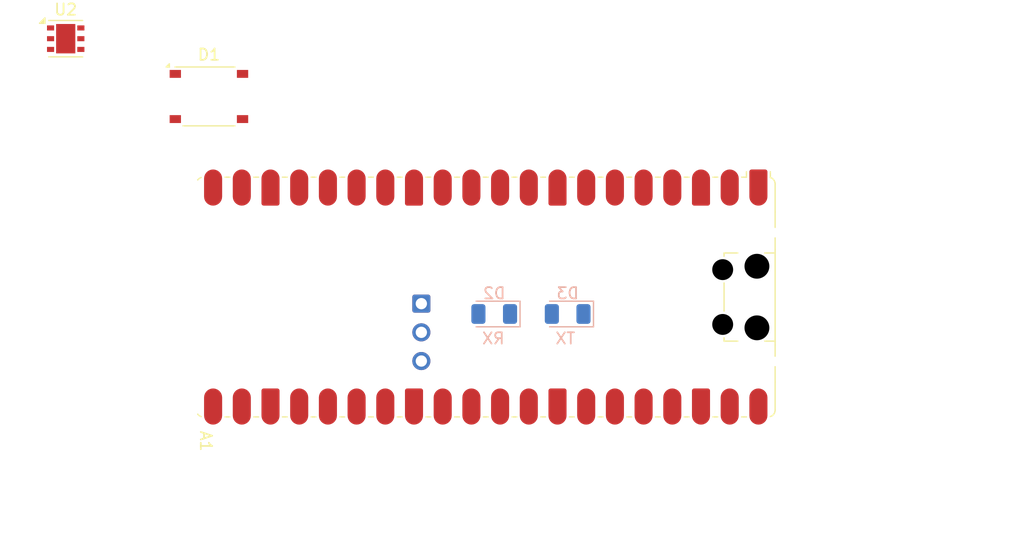
<source format=kicad_pcb>
(kicad_pcb (version 20241229) (generator "pcbnew") (generator_version "9.0")
  (layers (0 "F.Cu" signal) (2 "B.Cu" signal) (13 "F.Paste" user) (15 "B.Paste" user) (5 "F.SilkS" user "F.Silkscreen") (7 "B.SilkS" user "B.Silkscreen") (1 "F.Mask" user) (3 "B.Mask" user) (25 "Edge.Cuts" user))
  (net 0 "")
  (net 1 "Net-(D1-+)")
  (net 2 "Net-(BT1-+)")
  (net 3 "GND")
  (net 4 "Net-(BT1--)")
  (net 9 "+3V3")
  (net 11 "Net-(A1-GND-Pad13)")
  (footprint "Module:RaspberryPi_Pico_W_SMD_HandSolder" (layer "F.Cu") (at 146.5 114.5 -90)
    (property "Reference" "A1" (at 11.7475 24.765 270) (layer "F.SilkS") (effects (justify left)))
    (property "Value" "RaspberryPi_Pico_W")
    (fp_line (start -10.61 22.65) (end -10.61 23.07) (stroke (width 0.12)) (layer "F.SilkS"))
    (fp_line (start 10.61 22.65) (end 10.61 23.07) (stroke (width 0.12)) (layer "F.SilkS"))
    (fp_line (start -10.61 20.11) (end -10.61 20.53) (stroke (width 0.12)) (layer "F.SilkS"))
    (fp_line (start 10.61 20.11) (end 10.61 20.53) (stroke (width 0.12)) (layer "F.SilkS"))
    (fp_line (start -10.61 17.57) (end -10.61 17.99) (stroke (width 0.12)) (layer "F.SilkS"))
    (fp_line (start 10.61 17.57) (end 10.61 17.99) (stroke (width 0.12)) (layer "F.SilkS"))
    (fp_line (start -10.61 15.03) (end -10.61 15.45) (stroke (width 0.12)) (layer "F.SilkS"))
    (fp_line (start 10.61 15.03) (end 10.61 15.45) (stroke (width 0.12)) (layer "F.SilkS"))
    (fp_line (start -10.61 12.49) (end -10.61 12.91) (stroke (width 0.12)) (layer "F.SilkS"))
    (fp_line (start 10.61 12.49) (end 10.61 12.91) (stroke (width 0.12)) (layer "F.SilkS"))
    (fp_line (start -10.61 9.95) (end -10.61 10.37) (stroke (width 0.12)) (layer "F.SilkS"))
    (fp_line (start 10.61 9.95) (end 10.61 10.37) (stroke (width 0.12)) (layer "F.SilkS"))
    (fp_line (start -10.61 7.41) (end -10.61 7.83) (stroke (width 0.12)) (layer "F.SilkS"))
    (fp_line (start 10.61 7.41) (end 10.61 7.83) (stroke (width 0.12)) (layer "F.SilkS"))
    (fp_line (start -10.61 4.87) (end -10.61 5.29) (stroke (width 0.12)) (layer "F.SilkS"))
    (fp_line (start 10.61 4.87) (end 10.61 5.29) (stroke (width 0.12)) (layer "F.SilkS"))
    (fp_line (start -10.61 2.33) (end -10.61 2.75) (stroke (width 0.12)) (layer "F.SilkS"))
    (fp_line (start 10.61 2.33) (end 10.61 2.75) (stroke (width 0.12)) (layer "F.SilkS"))
    (fp_line (start -10.61 -0.21) (end -10.61 0.21) (stroke (width 0.12)) (layer "F.SilkS"))
    (fp_line (start 10.61 -0.21) (end 10.61 0.21) (stroke (width 0.12)) (layer "F.SilkS"))
    (fp_line (start -10.61 -2.75) (end -10.61 -2.33) (stroke (width 0.12)) (layer "F.SilkS"))
    (fp_line (start 10.61 -2.75) (end 10.61 -2.33) (stroke (width 0.12)) (layer "F.SilkS"))
    (fp_line (start -10.61 -5.29) (end -10.61 -4.87) (stroke (width 0.12)) (layer "F.SilkS"))
    (fp_line (start 10.61 -5.29) (end 10.61 -4.87) (stroke (width 0.12)) (layer "F.SilkS"))
    (fp_line (start -10.61 -7.83) (end -10.61 -7.41) (stroke (width 0.12)) (layer "F.SilkS"))
    (fp_line (start 10.61 -7.83) (end 10.61 -7.41) (stroke (width 0.12)) (layer "F.SilkS"))
    (fp_line (start -10.61 -10.37) (end -10.61 -9.95) (stroke (width 0.12)) (layer "F.SilkS"))
    (fp_line (start 10.61 -10.37) (end 10.61 -9.95) (stroke (width 0.12)) (layer "F.SilkS"))
    (fp_line (start -10.61 -12.91) (end -10.61 -12.49) (stroke (width 0.12)) (layer "F.SilkS"))
    (fp_line (start 10.61 -12.91) (end 10.61 -12.49) (stroke (width 0.12)) (layer "F.SilkS"))
    (fp_line (start -10.61 -15.45) (end -10.61 -15.03) (stroke (width 0.12)) (layer "F.SilkS"))
    (fp_line (start 10.61 -15.45) (end 10.61 -15.03) (stroke (width 0.12)) (layer "F.SilkS"))
    (fp_line (start -10.61 -17.99) (end -10.61 -17.57) (stroke (width 0.12)) (layer "F.SilkS"))
    (fp_line (start 10.61 -17.99) (end 10.61 -17.57) (stroke (width 0.12)) (layer "F.SilkS"))
    (fp_line (start -10.61 -20.53) (end -10.61 -20.11) (stroke (width 0.12)) (layer "F.SilkS"))
    (fp_line (start 10.61 -20.53) (end 10.61 -20.11) (stroke (width 0.12)) (layer "F.SilkS"))
    (fp_line (start -3.9 -21.09) (end -3.60391 -21.09) (stroke (width 0.12)) (layer "F.SilkS"))
    (fp_line (start -1.24609 -21.09) (end 1.24609 -21.09) (stroke (width 0.12)) (layer "F.SilkS"))
    (fp_line (start 3.60391 -21.09) (end 3.9 -21.09) (stroke (width 0.12)) (layer "F.SilkS"))
    (fp_line (start -3.9 -22.306) (end -3.9 -21.09) (stroke (width 0.12)) (layer "F.SilkS"))
    (fp_line (start 3.9 -22.306) (end 3.9 -21.09) (stroke (width 0.12)) (layer "F.SilkS"))
    (fp_line (start -10.61 -23.07) (end -10.61 -22.65) (stroke (width 0.12)) (layer "F.SilkS"))
    (fp_line (start -10.61 -23.07) (end -11.09 -23.07) (stroke (width 0.12)) (layer "F.SilkS"))
    (fp_line (start 10.61 -23.07) (end 10.61 -22.65) (stroke (width 0.12)) (layer "F.SilkS"))
    (fp_line (start -10.579676 -25.19) (end -11.09 -25.19) (stroke (width 0.12)) (layer "F.SilkS"))
    (fp_line (start -10 -25.61) (end -7.51 -25.61) (stroke (width 0.12)) (layer "F.SilkS"))
    (fp_line (start -7.51 -25.61) (end -6.16206 -25.61) (stroke (width 0.12)) (layer "F.SilkS"))
    (fp_line (start -5.237939 -25.61) (end -4.235 -25.61) (stroke (width 0.12)) (layer "F.SilkS"))
    (fp_line (start -4.235 -25.61) (end 4.235 -25.61) (stroke (width 0.12)) (layer "F.SilkS"))
    (fp_line (start -3.9 -25.61) (end -3.9 -24.694) (stroke (width 0.12)) (layer "F.SilkS"))
    (fp_line (start 3.9 -25.61) (end 3.9 -24.694) (stroke (width 0.12)) (layer "F.SilkS"))
    (fp_line (start 4.235 -25.61) (end 5.237939 -25.61) (stroke (width 0.12)) (layer "F.SilkS"))
    (fp_line (start 6.162061 -25.61) (end 7.51 -25.61) (stroke (width 0.12)) (layer "F.SilkS"))
    (fp_line (start 10 -25.61) (end 7.51 -25.61) (stroke (width 0.12)) (layer "F.SilkS"))
    (fp_arc (start -10.363318 25.49) (mid -10.494791 25.356765) (end -10.579676 25.189937) (stroke (width 0.12)) (layer "F.SilkS"))
    (fp_arc (start 10.579676 25.189937) (mid 10.494803 25.356773) (end 10.363318 25.49) (stroke (width 0.12)) (layer "F.SilkS"))
    (fp_arc (start -10.579676 -25.19) (mid -10.357938 -25.493944) (end -10 -25.61) (stroke (width 0.12)) (layer "F.SilkS"))
    (fp_arc (start 10 -25.61) (mid 10.357937 -25.493944) (end 10.579676 -25.189937) (stroke (width 0.12)) (layer "F.SilkS"))
    (pad "" smd rect (at -8.89 -24.13 270) (size 3.8 2.2) (drill (offset -0.8 0)) (layers "F.Paste"))
    (pad "" smd rect (at -8.89 -21.59 270) (size 3.8 2.2) (drill (offset -0.8 0)) (layers "F.Paste"))
    (pad "" smd rect (at -8.89 -19.05 270) (size 3.8 2.2) (drill (offset -0.8 0)) (layers "F.Paste"))
    (pad "" smd rect (at -8.89 -16.51 270) (size 3.8 2.2) (drill (offset -0.8 0)) (layers "F.Paste"))
    (pad "" smd rect (at -8.89 -13.97 270) (size 3.8 2.2) (drill (offset -0.8 0)) (layers "F.Paste"))
    (pad "" smd rect (at -8.89 -11.43 270) (size 3.8 2.2) (drill (offset -0.8 0)) (layers "F.Paste"))
    (pad "" smd rect (at -8.89 -8.89 270) (size 3.8 2.2) (drill (offset -0.8 0)) (layers "F.Paste"))
    (pad "" smd rect (at -8.89 -6.35 270) (size 3.8 2.2) (drill (offset -0.8 0)) (layers "F.Paste"))
    (pad "" smd rect (at -8.89 -3.81 270) (size 3.8 2.2) (drill (offset -0.8 0)) (layers "F.Paste"))
    (pad "" smd rect (at -8.89 -1.27 270) (size 3.8 2.2) (drill (offset -0.8 0)) (layers "F.Paste"))
    (pad "" smd rect (at -8.89 1.27 270) (size 3.8 2.2) (drill (offset -0.8 0)) (layers "F.Paste"))
    (pad "" smd rect (at -8.89 3.81 270) (size 3.8 2.2) (drill (offset -0.8 0)) (layers "F.Paste"))
    (pad "" smd rect (at -8.89 6.35 270) (size 3.8 2.2) (drill (offset -0.8 0)) (layers "F.Paste"))
    (pad "" smd rect (at -8.89 8.89 270) (size 3.8 2.2) (drill (offset -0.8 0)) (layers "F.Paste"))
    (pad "" smd rect (at -8.89 11.43 270) (size 3.8 2.2) (drill (offset -0.8 0)) (layers "F.Paste"))
    (pad "" smd rect (at -8.89 13.97 270) (size 3.8 2.2) (drill (offset -0.8 0)) (layers "F.Paste"))
    (pad "" smd rect (at -8.89 16.51 270) (size 3.8 2.2) (drill (offset -0.8 0)) (layers "F.Paste"))
    (pad "" smd rect (at -8.89 19.05 270) (size 3.8 2.2) (drill (offset -0.8 0)) (layers "F.Paste"))
    (pad "" smd rect (at -8.89 21.59 270) (size 3.8 2.2) (drill (offset -0.8 0)) (layers "F.Paste"))
    (pad "" smd rect (at -8.89 24.13 270) (size 3.8 2.2) (drill (offset -0.8 0)) (layers "F.Paste"))
    (pad "" np_thru_hole circle (at -2.725 -24 270) (size 2.2 2.2) (drill 2.2) (layers "*.Mask"))
    (pad "" np_thru_hole circle (at -2.425 -20.97 270) (size 1.85 1.85) (drill 1.85) (layers "*.Mask"))
    (pad "" np_thru_hole circle (at 2.425 -20.97 270) (size 1.85 1.85) (drill 1.85) (layers "*.Mask"))
    (pad "" np_thru_hole circle (at 2.725 -24 270) (size 2.2 2.2) (drill 2.2) (layers "*.Mask"))
    (pad "" smd rect (at 8.89 -24.13 270) (size 3.8 2.2) (drill (offset 0.8 0)) (layers "F.Paste"))
    (pad "" smd rect (at 8.89 -21.59 270) (size 3.8 2.2) (drill (offset 0.8 0)) (layers "F.Paste"))
    (pad "" smd rect (at 8.89 -19.05 270) (size 3.8 2.2) (drill (offset 0.8 0)) (layers "F.Paste"))
    (pad "" smd rect (at 8.89 -16.51 270) (size 3.8 2.2) (drill (offset 0.8 0)) (layers "F.Paste"))
    (pad "" smd rect (at 8.89 -13.97 270) (size 3.8 2.2) (drill (offset 0.8 0)) (layers "F.Paste"))
    (pad "" smd rect (at 8.89 -11.43 270) (size 3.8 2.2) (drill (offset 0.8 0)) (layers "F.Paste"))
    (pad "" smd rect (at 8.89 -8.89 270) (size 3.8 2.2) (drill (offset 0.8 0)) (layers "F.Paste"))
    (pad "" smd rect (at 8.89 -6.35 270) (size 3.8 2.2) (drill (offset 0.8 0)) (layers "F.Paste"))
    (pad "" smd rect (at 8.89 -3.81 270) (size 3.8 2.2) (drill (offset 0.8 0)) (layers "F.Paste"))
    (pad "" smd rect (at 8.89 -1.27 270) (size 3.8 2.2) (drill (offset 0.8 0)) (layers "F.Paste"))
    (pad "" smd rect (at 8.89 1.27 270) (size 3.8 2.2) (drill (offset 0.8 0)) (layers "F.Paste"))
    (pad "" smd rect (at 8.89 3.81 270) (size 3.8 2.2) (drill (offset 0.8 0)) (layers "F.Paste"))
    (pad "" smd rect (at 8.89 6.35 270) (size 3.8 2.2) (drill (offset 0.8 0)) (layers "F.Paste"))
    (pad "" smd rect (at 8.89 8.89 270) (size 3.8 2.2) (drill (offset 0.8 0)) (layers "F.Paste"))
    (pad "" smd rect (at 8.89 11.43 270) (size 3.8 2.2) (drill (offset 0.8 0)) (layers "F.Paste"))
    (pad "" smd rect (at 8.89 13.97 270) (size 3.8 2.2) (drill (offset 0.8 0)) (layers "F.Paste"))
    (pad "" smd rect (at 8.89 16.51 270) (size 3.8 2.2) (drill (offset 0.8 0)) (layers "F.Paste"))
    (pad "" smd rect (at 8.89 19.05 270) (size 3.8 2.2) (drill (offset 0.8 0)) (layers "F.Paste"))
    (pad "" smd rect (at 8.89 21.59 270) (size 3.8 2.2) (drill (offset 0.8 0)) (layers "F.Paste"))
    (pad "" smd rect (at 8.89 24.13 270) (size 3.8 2.2) (drill (offset 0.8 0)) (layers "F.Paste"))
    (pad "1" smd custom (at -9.69 -24.13 270) (size 1.6 0.8) (layers "F.Cu" "F.Mask") (options (clearance outline) (anchor rect)) (primitives (gr_circle (center 0.8 0) (end 1.6 0) (width 0) (fill yes)) (gr_poly (pts (xy -1.6 -0.6) (xy -1.6 0.6) (xy -1.4 0.8) (xy 0.8 0.8) (xy 0.8 -0.8) (xy -1.4 -0.8)) (width 0) (fill yes)) (gr_circle (center -1.4 -0.6) (end -1.2 -0.6) (width 0) (fill yes)) (gr_circle (center -1.4 0.6) (end -1.2 0.6) (width 0) (fill yes))))
    (pad "2" smd roundrect (at -9.69 -21.59 270) (size 3.2 1.6) (layers "F.Cu" "F.Mask") (roundrect_rratio 0.5))
    (pad "3" smd custom (at -9.69 -19.05 270) (size 1.6 0.8) (layers "F.Cu" "F.Mask") (net 11 "Net-(A1-GND-Pad13)") (options (clearance outline) (anchor rect)) (primitives (gr_circle (center -0.8 0) (end 0 0) (width 0) (fill yes)) (gr_poly (pts (xy 1.6 -0.6) (xy 1.6 0.6) (xy 1.4 0.8) (xy -0.8 0.8) (xy -0.8 -0.8) (xy 1.4 -0.8)) (width 0) (fill yes)) (gr_circle (center 1.4 -0.6) (end 1.6 -0.6) (width 0) (fill yes)) (gr_circle (center 1.4 0.6) (end 1.6 0.6) (width 0) (fill yes))))
    (pad "4" smd roundrect (at -9.69 -16.51 270) (size 3.2 1.6) (layers "F.Cu" "F.Mask") (roundrect_rratio 0.5))
    (pad "5" smd roundrect (at -9.69 -13.97 270) (size 3.2 1.6) (layers "F.Cu" "F.Mask") (roundrect_rratio 0.5))
    (pad "6" smd roundrect (at -9.69 -11.43 270) (size 3.2 1.6) (layers "F.Cu" "F.Mask") (roundrect_rratio 0.5))
    (pad "7" smd roundrect (at -9.69 -8.89 270) (size 3.2 1.6) (layers "F.Cu" "F.Mask") (roundrect_rratio 0.5))
    (pad "8" smd custom (at -9.69 -6.35 270) (size 1.6 0.8) (layers "F.Cu" "F.Mask") (net 11 "Net-(A1-GND-Pad13)") (options (clearance outline) (anchor rect)) (primitives (gr_circle (center -0.8 0) (end 0 0) (width 0) (fill yes)) (gr_poly (pts (xy 1.6 -0.6) (xy 1.6 0.6) (xy 1.4 0.8) (xy -0.8 0.8) (xy -0.8 -0.8) (xy 1.4 -0.8)) (width 0) (fill yes)) (gr_circle (center 1.4 -0.6) (end 1.6 -0.6) (width 0) (fill yes)) (gr_circle (center 1.4 0.6) (end 1.6 0.6) (width 0) (fill yes))))
    (pad "9" smd roundrect (at -9.69 -3.81 270) (size 3.2 1.6) (layers "F.Cu" "F.Mask") (roundrect_rratio 0.5))
    (pad "10" smd roundrect (at -9.69 -1.27 270) (size 3.2 1.6) (layers "F.Cu" "F.Mask") (roundrect_rratio 0.5))
    (pad "11" smd roundrect (at -9.69 1.27 270) (size 3.2 1.6) (layers "F.Cu" "F.Mask") (roundrect_rratio 0.5))
    (pad "12" smd roundrect (at -9.69 3.81 270) (size 3.2 1.6) (layers "F.Cu" "F.Mask") (roundrect_rratio 0.5))
    (pad "13" smd custom (at -9.69 6.35 270) (size 1.6 0.8) (layers "F.Cu" "F.Mask") (net 11 "Net-(A1-GND-Pad13)") (options (clearance outline) (anchor rect)) (primitives (gr_circle (center -0.8 0) (end 0 0) (width 0) (fill yes)) (gr_poly (pts (xy 1.6 -0.6) (xy 1.6 0.6) (xy 1.4 0.8) (xy -0.8 0.8) (xy -0.8 -0.8) (xy 1.4 -0.8)) (width 0) (fill yes)) (gr_circle (center 1.4 -0.6) (end 1.6 -0.6) (width 0) (fill yes)) (gr_circle (center 1.4 0.6) (end 1.6 0.6) (width 0) (fill yes))))
    (pad "14" smd roundrect (at -9.69 8.89 270) (size 3.2 1.6) (layers "F.Cu" "F.Mask") (roundrect_rratio 0.5))
    (pad "15" smd roundrect (at -9.69 11.43 270) (size 3.2 1.6) (layers "F.Cu" "F.Mask") (roundrect_rratio 0.5))
    (pad "16" smd roundrect (at -9.69 13.97 270) (size 3.2 1.6) (layers "F.Cu" "F.Mask") (roundrect_rratio 0.5))
    (pad "17" smd roundrect (at -9.69 16.51 270) (size 3.2 1.6) (layers "F.Cu" "F.Mask") (roundrect_rratio 0.5))
    (pad "18" smd custom (at -9.69 19.05 270) (size 1.6 0.8) (layers "F.Cu" "F.Mask") (net 11 "Net-(A1-GND-Pad13)") (options (clearance outline) (anchor rect)) (primitives (gr_circle (center -0.8 0) (end 0 0) (width 0) (fill yes)) (gr_poly (pts (xy 1.6 -0.6) (xy 1.6 0.6) (xy 1.4 0.8) (xy -0.8 0.8) (xy -0.8 -0.8) (xy 1.4 -0.8)) (width 0) (fill yes)) (gr_circle (center 1.4 -0.6) (end 1.6 -0.6) (width 0) (fill yes)) (gr_circle (center 1.4 0.6) (end 1.6 0.6) (width 0) (fill yes))))
    (pad "19" smd roundrect (at -9.69 21.59 270) (size 3.2 1.6) (layers "F.Cu" "F.Mask") (roundrect_rratio 0.5))
    (pad "20" smd roundrect (at -9.69 24.13 270) (size 3.2 1.6) (layers "F.Cu" "F.Mask") (roundrect_rratio 0.5))
    (pad "21" smd roundrect (at 9.69 24.13 270) (size 3.2 1.6) (layers "F.Cu" "F.Mask") (roundrect_rratio 0.5))
    (pad "22" smd roundrect (at 9.69 21.59 270) (size 3.2 1.6) (layers "F.Cu" "F.Mask") (roundrect_rratio 0.5))
    (pad "23" smd custom (at 9.69 19.05 270) (size 1.6 0.8) (layers "F.Cu" "F.Mask") (net 11 "Net-(A1-GND-Pad13)") (options (clearance outline) (anchor rect)) (primitives (gr_circle (center 0.8 0) (end 1.6 0) (width 0) (fill yes)) (gr_poly (pts (xy -1.6 -0.6) (xy -1.6 0.6) (xy -1.4 0.8) (xy 0.8 0.8) (xy 0.8 -0.8) (xy -1.4 -0.8)) (width 0) (fill yes)) (gr_circle (center -1.4 -0.6) (end -1.2 -0.6) (width 0) (fill yes)) (gr_circle (center -1.4 0.6) (end -1.2 0.6) (width 0) (fill yes))))
    (pad "24" smd roundrect (at 9.69 16.51 270) (size 3.2 1.6) (layers "F.Cu" "F.Mask") (roundrect_rratio 0.5))
    (pad "25" smd roundrect (at 9.69 13.97 270) (size 3.2 1.6) (layers "F.Cu" "F.Mask") (roundrect_rratio 0.5))
    (pad "26" smd roundrect (at 9.69 11.43 270) (size 3.2 1.6) (layers "F.Cu" "F.Mask") (roundrect_rratio 0.5))
    (pad "27" smd roundrect (at 9.69 8.89 270) (size 3.2 1.6) (layers "F.Cu" "F.Mask") (roundrect_rratio 0.5))
    (pad "28" smd custom (at 9.69 6.35 270) (size 1.6 0.8) (layers "F.Cu" "F.Mask") (net 11 "Net-(A1-GND-Pad13)") (options (clearance outline) (anchor rect)) (primitives (gr_circle (center 0.8 0) (end 1.6 0) (width 0) (fill yes)) (gr_poly (pts (xy -1.6 -0.6) (xy -1.6 0.6) (xy -1.4 0.8) (xy 0.8 0.8) (xy 0.8 -0.8) (xy -1.4 -0.8)) (width 0) (fill yes)) (gr_circle (center -1.4 -0.6) (end -1.2 -0.6) (width 0) (fill yes)) (gr_circle (center -1.4 0.6) (end -1.2 0.6) (width 0) (fill yes))))
    (pad "29" smd roundrect (at 9.69 3.81 270) (size 3.2 1.6) (layers "F.Cu" "F.Mask") (roundrect_rratio 0.5))
    (pad "30" smd roundrect (at 9.69 1.27 270) (size 3.2 1.6) (layers "F.Cu" "F.Mask") (roundrect_rratio 0.5))
    (pad "31" smd roundrect (at 9.69 -1.27 270) (size 3.2 1.6) (layers "F.Cu" "F.Mask") (roundrect_rratio 0.5))
    (pad "32" smd roundrect (at 9.69 -3.81 270) (size 3.2 1.6) (layers "F.Cu" "F.Mask") (roundrect_rratio 0.5))
    (pad "33" smd custom (at 9.69 -6.35 270) (size 1.6 0.8) (layers "F.Cu" "F.Mask") (options (clearance outline) (anchor rect)) (primitives (gr_circle (center 0.8 0) (end 1.6 0) (width 0) (fill yes)) (gr_poly (pts (xy -1.6 -0.6) (xy -1.6 0.6) (xy -1.4 0.8) (xy 0.8 0.8) (xy 0.8 -0.8) (xy -1.4 -0.8)) (width 0) (fill yes)) (gr_circle (center -1.4 -0.6) (end -1.2 -0.6) (width 0) (fill yes)) (gr_circle (center -1.4 0.6) (end -1.2 0.6) (width 0) (fill yes))))
    (pad "34" smd roundrect (at 9.69 -8.89 270) (size 3.2 1.6) (layers "F.Cu" "F.Mask") (roundrect_rratio 0.5))
    (pad "35" smd roundrect (at 9.69 -11.43 270) (size 3.2 1.6) (layers "F.Cu" "F.Mask") (roundrect_rratio 0.5))
    (pad "36" smd roundrect (at 9.69 -13.97 270) (size 3.2 1.6) (layers "F.Cu" "F.Mask") (roundrect_rratio 0.5))
    (pad "37" smd roundrect (at 9.69 -16.51 270) (size 3.2 1.6) (layers "F.Cu" "F.Mask") (roundrect_rratio 0.5))
    (pad "38" smd custom (at 9.69 -19.05 270) (size 1.6 0.8) (layers "F.Cu" "F.Mask") (net 11 "Net-(A1-GND-Pad13)") (options (clearance outline) (anchor rect)) (primitives (gr_circle (center 0.8 0) (end 1.6 0) (width 0) (fill yes)) (gr_poly (pts (xy -1.6 -0.6) (xy -1.6 0.6) (xy -1.4 0.8) (xy 0.8 0.8) (xy 0.8 -0.8) (xy -1.4 -0.8)) (width 0) (fill yes)) (gr_circle (center -1.4 -0.6) (end -1.2 -0.6) (width 0) (fill yes)) (gr_circle (center -1.4 0.6) (end -1.2 0.6) (width 0) (fill yes))))
    (pad "39" smd roundrect (at 9.69 -21.59 270) (size 3.2 1.6) (layers "F.Cu" "F.Mask") (roundrect_rratio 0.5))
    (pad "40" smd roundrect (at 9.69 -24.13 270) (size 3.2 1.6) (layers "F.Cu" "F.Mask") (roundrect_rratio 0.5))
    (pad "D1" thru_hole roundrect (at 0.5841 5.7 270) (size 1.6 1.6) (drill 1) (layers "*.Cu" "*.Mask") (roundrect_rratio 0.125))
    (pad "D2" thru_hole circle (at 3.1241 5.7 270) (size 1.6 1.6) (drill 1) (layers "*.Cu" "*.Mask"))
    (pad "D3" thru_hole circle (at 5.6641 5.7 270) (size 1.6 1.6) (drill 1) (layers "*.Cu" "*.Mask"))
  )
  (footprint "Package_DFN_QFN:DFN-6-1EP_3x3mm_P0.95mm_EP1.7x2.6mm" (layer "F.Cu") (at 109.325 91.634)
    (property "Reference" "U2" (at 0 -2.575 0) (layer "F.SilkS"))
    (property "Value" "LDO40LPU33RY")
    (fp_line (start -1.5 -1.61) (end 1.5 -1.61) (stroke (width 0.12)) (layer "F.SilkS"))
    (fp_line (start -1.5 1.61) (end 1.5 1.61) (stroke (width 0.12)) (layer "F.SilkS"))
    (fp_poly (pts (xy -1.84 -1.36) (xy -2.32 -1.36) (xy -1.84 -1.84) (xy -1.84 -1.36)) (stroke (width 0.12)) (fill yes) (layer "F.SilkS"))
    (pad "1" smd rect (at -1.34 -0.95) (size 0.63 0.45) (layers "F.Cu" "F.Mask" "F.Paste") (net 3 "GND"))
    (pad "2" smd rect (at -1.34 0) (size 0.63 0.45) (layers "F.Cu" "F.Mask" "F.Paste") (net 1 "Net-(D1-+)"))
    (pad "3" smd rect (at -1.34 0.95) (size 0.63 0.45) (layers "F.Cu" "F.Mask" "F.Paste") (net 1 "Net-(D1-+)"))
    (pad "4" smd rect (at 1.34 0.95) (size 0.63 0.45) (layers "F.Cu" "F.Mask" "F.Paste") (net 9 "+3V3"))
    (pad "5" smd rect (at 1.34 0) (size 0.63 0.45) (layers "F.Cu" "F.Mask" "F.Paste") (net 9 "+3V3"))
    (pad "6" smd rect (at 1.34 -0.95) (size 0.63 0.45) (layers "F.Cu" "F.Mask" "F.Paste"))
    (pad "7" smd rect (at 0 0) (size 1.7 2.6) (layers "F.Cu" "F.Mask") (net 3 "GND"))
  )
  (footprint "Diode_SMD:Diode_Bridge_Diotec_ABS" (layer "F.Cu") (at 122 96.75)
    (property "Reference" "D1" (at 0 -3.7 0) (layer "F.SilkS"))
    (property "Value" "ABS2")
    (fp_line (start 2.3 -2.61) (end -3 -2.61) (stroke (width 0.12)) (layer "F.SilkS"))
    (fp_line (start 2.3 2.6) (end -2.3 2.6) (stroke (width 0.12)) (layer "F.SilkS"))
    (fp_poly (pts (xy -3.5 -2.61) (xy -3.78 -2.61) (xy -3.5 -2.89) (xy -3.5 -2.61)) (stroke (width 0.12)) (fill yes) (layer "F.SilkS"))
    (pad "1" smd rect (at -2.975 -2) (size 1 0.7) (layers "F.Cu" "F.Mask" "F.Paste") (net 1 "Net-(D1-+)"))
    (pad "2" smd rect (at -2.975 2) (size 1 0.7) (layers "F.Cu" "F.Mask" "F.Paste") (net 3 "GND"))
    (pad "3" smd rect (at 2.975 2) (size 1 0.7) (layers "F.Cu" "F.Mask" "F.Paste") (net 4 "Net-(BT1--)"))
    (pad "4" smd rect (at 2.975 -2) (size 1 0.7) (layers "F.Cu" "F.Mask" "F.Paste") (net 2 "Net-(BT1-+)"))
  )
  (footprint "LED_SMD:LED_1206_3216Metric" (layer "B.Cu") (at 147.25 116 180)
    (property "Reference" "D2" (at 0 1.83 0) (layer "B.SilkS") (effects (justify mirror)))
    (property "Value" "IR26-21C_L110_TR8")
    (fp_line (start 1.6 1.135) (end -2.285 1.135) (stroke (width 0.12)) (layer "B.SilkS"))
    (fp_line (start -2.285 1.135) (end -2.285 -1.135) (stroke (width 0.12)) (layer "B.SilkS"))
    (fp_line (start -2.285 -1.135) (end 1.6 -1.135) (stroke (width 0.12)) (layer "B.SilkS"))
    (pad "1" smd roundrect (at -1.4 0 180) (size 1.25 1.75) (layers "B.Cu" "B.Mask" "B.Paste") (roundrect_rratio 0.2))
    (pad "2" smd roundrect (at 1.4 0 180) (size 1.25 1.75) (layers "B.Cu" "B.Mask" "B.Paste") (roundrect_rratio 0.2))
  )
  (footprint "LED_SMD:LED_1206_3216Metric" (layer "B.Cu") (at 153.75 116 180)
    (property "Reference" "D3" (at 0 1.83 0) (layer "B.SilkS") (effects (justify mirror)))
    (property "Value" "IR26-21C_L110_TR8")
    (fp_line (start 1.6 1.135) (end -2.285 1.135) (stroke (width 0.12)) (layer "B.SilkS"))
    (fp_line (start -2.285 1.135) (end -2.285 -1.135) (stroke (width 0.12)) (layer "B.SilkS"))
    (fp_line (start -2.285 -1.135) (end 1.6 -1.135) (stroke (width 0.12)) (layer "B.SilkS"))
    (pad "1" smd roundrect (at -1.4 0 180) (size 1.25 1.75) (layers "B.Cu" "B.Mask" "B.Paste") (roundrect_rratio 0.2))
    (pad "2" smd roundrect (at 1.4 0 180) (size 1.25 1.75) (layers "B.Cu" "B.Mask" "B.Paste") (roundrect_rratio 0.2))
  )
  (gr_text "RX" (at 148.25 118.75 0) (layer "B.SilkS") (effects (font (size 1 1)) (justify left bottom mirror)))
  (gr_text "TX" (at 154.5 118.75 0) (layer "B.SilkS") (effects (font (size 1 1)) (justify left bottom mirror)))
)
</source>
